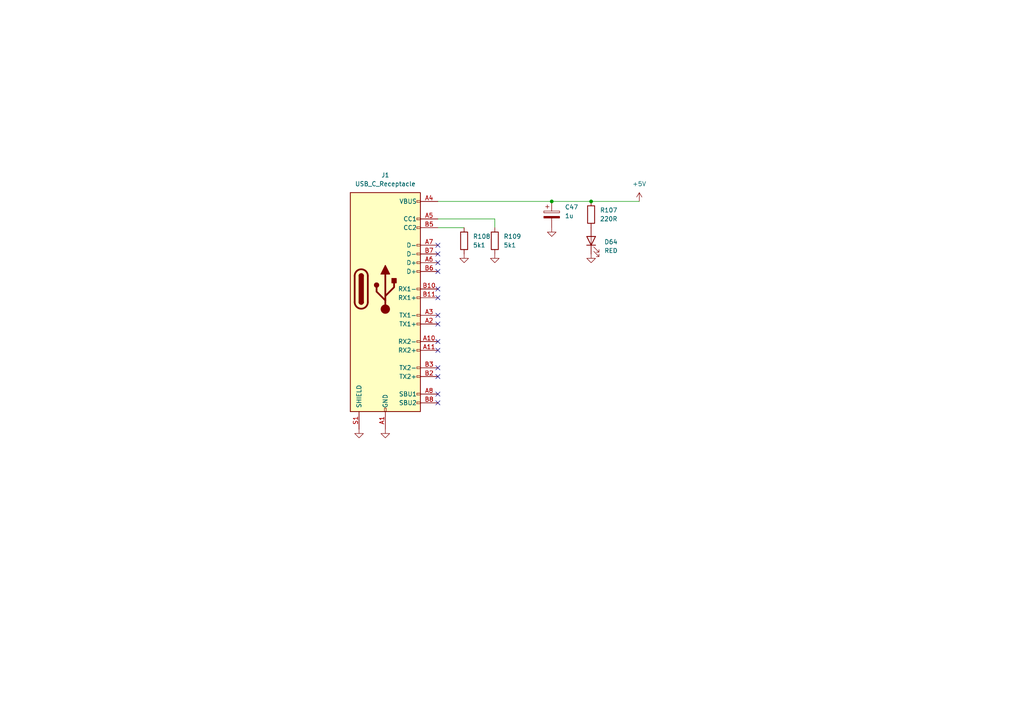
<source format=kicad_sch>
(kicad_sch (version 20230121) (generator eeschema)
  (paper "A4")
  (title_block (title "8-bit CPU") (date "2023-11-28") (rev "1.0") (company "TBR Designs"))
  (lib_symbols
    (symbol "Connector:USB_C_Receptacle" (pin_names (offset 1.016))
      (property "Reference" "J" (at -10.16 29.21 0))
      (property "Value" "USB_C_Receptacle" (at 10.16 29.21 0))
      (symbol "USB_C_Receptacle_0_0"
        (rectangle (start -0.254 -35.56) (end 0.254 -34.544))
        (rectangle (start 10.16 -32.766) (end 9.144 -33.274))
        (rectangle (start 10.16 -30.226) (end 9.144 -30.734))
        (rectangle (start 10.16 -25.146) (end 9.144 -25.654))
        (rectangle (start 10.16 -22.606) (end 9.144 -23.114))
        (rectangle (start 10.16 -17.526) (end 9.144 -18.034))
        (rectangle (start 10.16 -14.986) (end 9.144 -15.494))
        (rectangle (start 10.16 -9.906) (end 9.144 -10.414))
        (rectangle (start 10.16 -7.366) (end 9.144 -7.874))
        (rectangle (start 10.16 -2.286) (end 9.144 -2.794))
        (rectangle (start 10.16 0.254) (end 9.144 -0.254))
        (rectangle (start 10.16 5.334) (end 9.144 4.826))
        (rectangle (start 10.16 7.874) (end 9.144 7.366))
        (rectangle (start 10.16 10.414) (end 9.144 9.906))
        (rectangle (start 10.16 12.954) (end 9.144 12.446))
        (rectangle (start 10.16 18.034) (end 9.144 17.526))
        (rectangle (start 10.16 20.574) (end 9.144 20.066))
        (rectangle (start 10.16 25.654) (end 9.144 25.146))
      )
      (symbol "USB_C_Receptacle_0_1"
        (rectangle (start -10.16 27.94) (end 10.16 -35.56) (stroke (width 0.254)) (fill (type background)))
        (arc (start -8.89 -3.81) (mid -6.985 -5.7067) (end -5.08 -3.81) (stroke (width 0.508)))
        (arc (start -7.62 -3.81) (mid -6.985 -4.4423) (end -6.35 -3.81) (stroke (width 0.254)))
        (arc (start -7.62 -3.81) (mid -6.985 -4.4423) (end -6.35 -3.81) (stroke (width 0.254)) (fill (type outline)))
        (rectangle (start -7.62 -3.81) (end -6.35 3.81) (stroke (width 0.254)) (fill (type outline)))
        (arc (start -6.35 3.81) (mid -6.985 4.4423) (end -7.62 3.81) (stroke (width 0.254)))
        (arc (start -6.35 3.81) (mid -6.985 4.4423) (end -7.62 3.81) (stroke (width 0.254)) (fill (type outline)))
        (arc (start -5.08 3.81) (mid -6.985 5.7067) (end -8.89 3.81) (stroke (width 0.508)))
        (polyline (pts (xy -8.89 -3.81) (xy -8.89 3.81)) (stroke (width 0.508)))
        (polyline (pts (xy -5.08 3.81) (xy -5.08 -3.81)) (stroke (width 0.508)))
      )
      (symbol "USB_C_Receptacle_1_1"
        (circle (center -2.54 1.143) (radius 0.635) (stroke (width 0.254)) (fill (type outline)))
        (circle (center 0 -5.842) (radius 1.27) (fill (type outline)))
        (polyline (pts (xy 0 -5.842) (xy 0 4.318)) (stroke (width 0.508)))
        (polyline (pts (xy 0 -3.302) (xy -2.54 -0.762) (xy -2.54 0.508)) (stroke (width 0.508)))
        (polyline (pts (xy 0 -2.032) (xy 2.54 0.508) (xy 2.54 1.778)) (stroke (width 0.508)))
        (polyline (pts (xy -1.27 4.318) (xy 0 6.858) (xy 1.27 4.318) (xy -1.27 4.318)) (stroke (width 0.254)) (fill (type outline)))
        (rectangle (start 1.905 1.778) (end 3.175 3.048) (stroke (width 0.254)) (fill (type outline)))
        (pin passive line (at 0 -40.64 90) (length 5.08) (name "GND") (number "A1"))
        (pin bidirectional line (at 15.24 -15.24 180) (length 5.08) (name "RX2-") (number "A10"))
        (pin bidirectional line (at 15.24 -17.78 180) (length 5.08) (name "RX2+") (number "A11"))
        (pin passive line (at 0 -40.64 90) (length 5.08) hide (name "GND") (number "A12"))
        (pin bidirectional line (at 15.24 -10.16 180) (length 5.08) (name "TX1+") (number "A2"))
        (pin bidirectional line (at 15.24 -7.62 180) (length 5.08) (name "TX1-") (number "A3"))
        (pin passive line (at 15.24 25.4 180) (length 5.08) (name "VBUS") (number "A4"))
        (pin bidirectional line (at 15.24 20.32 180) (length 5.08) (name "CC1") (number "A5"))
        (pin bidirectional line (at 15.24 7.62 180) (length 5.08) (name "D+") (number "A6"))
        (pin bidirectional line (at 15.24 12.7 180) (length 5.08) (name "D-") (number "A7"))
        (pin bidirectional line (at 15.24 -30.48 180) (length 5.08) (name "SBU1") (number "A8"))
        (pin passive line (at 15.24 25.4 180) (length 5.08) hide (name "VBUS") (number "A9"))
        (pin passive line (at 0 -40.64 90) (length 5.08) hide (name "GND") (number "B1"))
        (pin bidirectional line (at 15.24 0 180) (length 5.08) (name "RX1-") (number "B10"))
        (pin bidirectional line (at 15.24 -2.54 180) (length 5.08) (name "RX1+") (number "B11"))
        (pin passive line (at 0 -40.64 90) (length 5.08) hide (name "GND") (number "B12"))
        (pin bidirectional line (at 15.24 -25.4 180) (length 5.08) (name "TX2+") (number "B2"))
        (pin bidirectional line (at 15.24 -22.86 180) (length 5.08) (name "TX2-") (number "B3"))
        (pin passive line (at 15.24 25.4 180) (length 5.08) hide (name "VBUS") (number "B4"))
        (pin bidirectional line (at 15.24 17.78 180) (length 5.08) (name "CC2") (number "B5"))
        (pin bidirectional line (at 15.24 5.08 180) (length 5.08) (name "D+") (number "B6"))
        (pin bidirectional line (at 15.24 10.16 180) (length 5.08) (name "D-") (number "B7"))
        (pin bidirectional line (at 15.24 -33.02 180) (length 5.08) (name "SBU2") (number "B8"))
        (pin passive line (at 15.24 25.4 180) (length 5.08) hide (name "VBUS") (number "B9"))
        (pin passive line (at -7.62 -40.64 90) (length 5.08) (name "SHIELD") (number "S1"))
      )
    )
    (symbol "Device:C_Polarized" (pin_numbers hide) (pin_names (offset 0.254))
      (property "Reference" "C" (at 0.635 2.54 0))
      (property "Value" "C_Polarized" (at 0.635 -2.54 0))
      (symbol "C_Polarized_0_1"
        (rectangle (start -2.286 0.508) (end 2.286 1.016))
        (polyline (pts (xy -1.778 2.286) (xy -0.762 2.286)))
        (polyline (pts (xy -1.27 2.794) (xy -1.27 1.778)))
        (rectangle (start 2.286 -0.508) (end -2.286 -1.016) (fill (type outline)))
      )
      (symbol "C_Polarized_1_1"
        (pin passive line (at 0 3.81 270) (length 2.794) (name "~") (number "1"))
        (pin passive line (at 0 -3.81 90) (length 2.794) (name "~") (number "2"))
      )
    )
    (symbol "Device:LED" (pin_numbers hide) (pin_names (offset 1.016) hide)
      (property "Reference" "D" (at 0 2.54 0))
      (property "Value" "LED" (at 0 -2.54 0))
      (symbol "LED_0_1"
        (polyline (pts (xy -1.27 -1.27) (xy -1.27 1.27)) (stroke (width 0.254)))
        (polyline (pts (xy -1.27 0) (xy 1.27 0)))
        (polyline (pts (xy 1.27 -1.27) (xy 1.27 1.27) (xy -1.27 0) (xy 1.27 -1.27)) (stroke (width 0.254)))
        (polyline (pts (xy -3.048 -0.762) (xy -4.572 -2.286) (xy -3.81 -2.286) (xy -4.572 -2.286) (xy -4.572 -1.524)))
        (polyline (pts (xy -1.778 -0.762) (xy -3.302 -2.286) (xy -2.54 -2.286) (xy -3.302 -2.286) (xy -3.302 -1.524)))
      )
      (symbol "LED_1_1"
        (pin passive line (at -3.81 0 0) (length 2.54) (name "K") (number "1"))
        (pin passive line (at 3.81 0 180) (length 2.54) (name "A") (number "2"))
      )
    )
    (symbol "Device:R" (pin_numbers hide) (pin_names (offset 0))
      (property "Reference" "R" (at 2.032 0 90))
      (property "Value" "R" (at 0 0 90))
      (symbol "R_0_1"
        (rectangle (start -1.016 -2.54) (end 1.016 2.54) (stroke (width 0.254)))
      )
      (symbol "R_1_1"
        (pin passive line (at 0 3.81 270) (length 1.27) (name "~") (number "1"))
        (pin passive line (at 0 -3.81 90) (length 1.27) (name "~") (number "2"))
      )
    )
    (symbol "power:+5V" (power) (pin_names (offset 0))
      (property "Value" "+5V" (at 0 3.556 0))
      (symbol "+5V_0_1"
        (polyline (pts (xy -0.762 1.27) (xy 0 2.54)))
        (polyline (pts (xy 0 0) (xy 0 2.54)))
        (polyline (pts (xy 0 2.54) (xy 0.762 1.27)))
      )
      (symbol "+5V_1_1"
        (pin power_in line (at 0 0 90) (length 0) hide (name "+5V") (number "1"))
      )
    )
    (symbol "power:GND" (power) (pin_names (offset 0))
      (property "Value" "GND" (at 0 -3.81 0))
      (symbol "GND_0_1"
        (polyline (pts (xy 0 0) (xy 0 -1.27) (xy 1.27 -1.27) (xy 0 -2.54) (xy -1.27 -1.27) (xy 0 -1.27)))
      )
      (symbol "GND_1_1"
        (pin power_in line (at 0 0 270) (length 0) hide (name "GND") (number "1"))
      )
    )
  )
  (junction (at 160.02 58.42))
  (junction (at 171.45 58.42))
  (no_connect (at 127 114.3))
  (no_connect (at 127 99.06))
  (no_connect (at 127 116.84))
  (no_connect (at 127 73.66))
  (no_connect (at 127 86.36))
  (no_connect (at 127 106.68))
  (no_connect (at 127 93.98))
  (no_connect (at 127 91.44))
  (no_connect (at 127 71.12))
  (no_connect (at 127 101.6))
  (no_connect (at 127 76.2))
  (no_connect (at 127 83.82))
  (no_connect (at 127 78.74))
  (no_connect (at 127 109.22))
  (wire (pts (xy 160.02 58.42) (xy 171.45 58.42)))
  (wire (pts (xy 171.45 58.42) (xy 185.42 58.42)))
  (wire (pts (xy 127 58.42) (xy 160.02 58.42)))
  (wire (pts (xy 143.51 63.5) (xy 143.51 66.04)))
  (wire (pts (xy 127 63.5) (xy 143.51 63.5)))
  (wire (pts (xy 127 66.04) (xy 134.62 66.04)))
  (symbol (lib_id "power:+5V") (at 185.42 58.42 0) (unit 1)
    (property "Reference" "#PWR0161" (effects hide))
    (property "Value" "+5V" (at 185.42 53.34 0))
  )
  (symbol (lib_id "Device:C_Polarized") (at 160.02 62.23 0) (unit 1)
    (property "Reference" "C47" (at 163.83 60.071 0) (effects (justify left)))
    (property "Value" "1u" (at 163.83 62.611 0) (effects (justify left)))
    (property "Footprint" "Capacitor_THT:CP_Radial_D5.0mm_P2.00mm" (effects hide))
  )
  (symbol (lib_id "Device:LED") (at 171.45 69.85 90) (unit 1)
    (property "Reference" "D64" (at 175.26 70.1675 90) (effects (justify right)))
    (property "Value" "RED" (at 175.26 72.7075 90) (effects (justify right)))
    (property "Footprint" "LED_THT:LED_D5.0mm" (effects hide))
  )
  (symbol (lib_id "power:GND") (at 143.51 73.66 0) (unit 1)
    (property "Reference" "#PWR0164" (effects hide))
    (property "Value" "GND" (effects hide))
  )
  (symbol (lib_id "Connector:USB_C_Receptacle") (at 111.76 83.82 0) (unit 1)
    (property "Reference" "J1" (at 111.76 50.8 0))
    (property "Value" "USB_C_Receptacle" (at 111.76 53.34 0))
    (property "Datasheet" "https://www.usb.org/sites/default/files/documents/usb_type-c.zip" (effects hide))
  )
  (symbol (lib_id "power:GND") (at 160.02 66.04 0) (unit 1)
    (property "Reference" "#PWR0162" (effects hide))
    (property "Value" "GND" (effects hide))
  )
  (symbol (lib_id "Device:R") (at 134.62 69.85 0) (unit 1)
    (property "Reference" "R108" (at 137.16 68.58 0) (effects (justify left)))
    (property "Value" "5k1" (at 137.16 71.12 0) (effects (justify left)))
    (property "Footprint" "Resistor_THT:R_Axial_DIN0204_L3.6mm_D1.6mm_P7.62mm_Horizontal" (effects hide))
  )
  (symbol (lib_id "power:GND") (at 104.14 124.46 0) (unit 1)
    (property "Reference" "#PWR0166" (effects hide))
    (property "Value" "GND" (effects hide))
  )
  (symbol (lib_id "Device:R") (at 143.51 69.85 0) (unit 1)
    (property "Reference" "R109" (at 146.05 68.58 0) (effects (justify left)))
    (property "Value" "5k1" (at 146.05 71.12 0) (effects (justify left)))
    (property "Footprint" "Resistor_THT:R_Axial_DIN0204_L3.6mm_D1.6mm_P7.62mm_Horizontal" (effects hide))
  )
  (symbol (lib_id "Device:R") (at 171.45 62.23 0) (unit 1)
    (property "Reference" "R107" (at 173.99 60.96 0) (effects (justify left)))
    (property "Value" "220R" (at 173.99 63.5 0) (effects (justify left)))
    (property "Footprint" "Resistor_THT:R_Axial_DIN0204_L3.6mm_D1.6mm_P7.62mm_Horizontal" (effects hide))
  )
  (symbol (lib_id "power:GND") (at 111.76 124.46 0) (unit 1)
    (property "Reference" "#PWR0167" (effects hide))
    (property "Value" "GND" (effects hide))
  )
  (symbol (lib_id "power:GND") (at 171.45 73.66 0) (unit 1)
    (property "Reference" "#PWR0165" (effects hide))
    (property "Value" "GND" (effects hide))
  )
  (symbol (lib_id "power:GND") (at 134.62 73.66 0) (unit 1)
    (property "Reference" "#PWR0163" (effects hide))
    (property "Value" "GND" (effects hide))
  )
)
</source>
